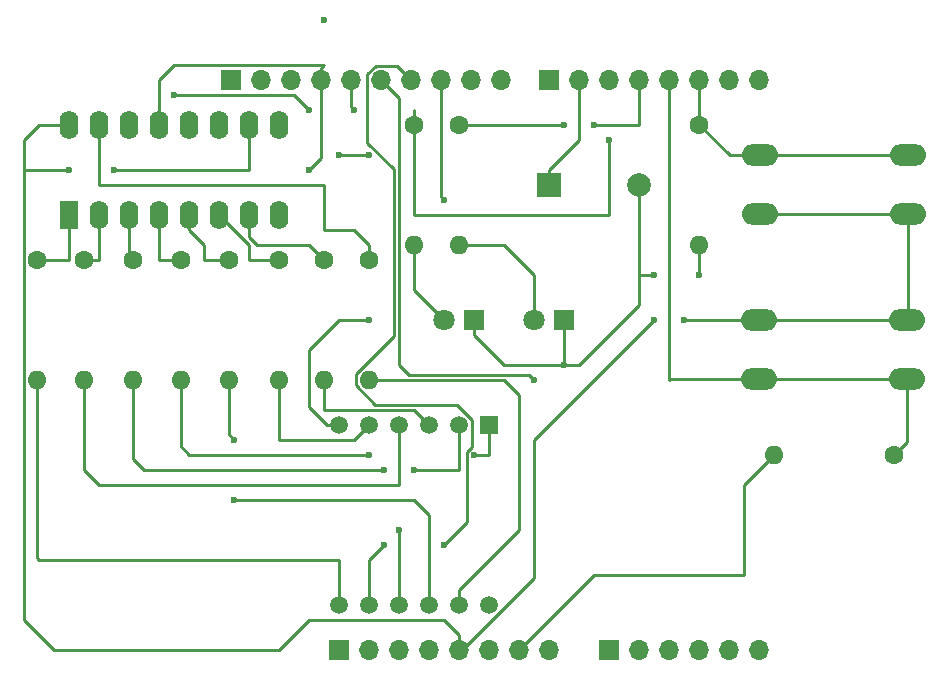
<source format=gbr>
%TF.GenerationSoftware,KiCad,Pcbnew,(7.0.0)*%
%TF.CreationDate,2023-04-13T09:35:06-06:00*%
%TF.ProjectId,Phase_A_UnoShield,50686173-655f-4415-9f55-6e6f53686965,rev?*%
%TF.SameCoordinates,Original*%
%TF.FileFunction,Copper,L1,Top*%
%TF.FilePolarity,Positive*%
%FSLAX46Y46*%
G04 Gerber Fmt 4.6, Leading zero omitted, Abs format (unit mm)*
G04 Created by KiCad (PCBNEW (7.0.0)) date 2023-04-13 09:35:06*
%MOMM*%
%LPD*%
G01*
G04 APERTURE LIST*
%TA.AperFunction,ComponentPad*%
%ADD10C,1.500000*%
%TD*%
%TA.AperFunction,ComponentPad*%
%ADD11R,1.500000X1.500000*%
%TD*%
%TA.AperFunction,ComponentPad*%
%ADD12R,1.700000X1.700000*%
%TD*%
%TA.AperFunction,ComponentPad*%
%ADD13O,1.700000X1.700000*%
%TD*%
%TA.AperFunction,ComponentPad*%
%ADD14R,1.800000X1.800000*%
%TD*%
%TA.AperFunction,ComponentPad*%
%ADD15C,1.800000*%
%TD*%
%TA.AperFunction,ComponentPad*%
%ADD16R,1.600000X2.400000*%
%TD*%
%TA.AperFunction,ComponentPad*%
%ADD17O,1.600000X2.400000*%
%TD*%
%TA.AperFunction,ComponentPad*%
%ADD18C,1.600000*%
%TD*%
%TA.AperFunction,ComponentPad*%
%ADD19O,1.600000X1.600000*%
%TD*%
%TA.AperFunction,ComponentPad*%
%ADD20R,2.000000X2.000000*%
%TD*%
%TA.AperFunction,ComponentPad*%
%ADD21C,2.000000*%
%TD*%
%TA.AperFunction,ComponentPad*%
%ADD22O,3.048000X1.850000*%
%TD*%
%TA.AperFunction,ViaPad*%
%ADD23C,0.600000*%
%TD*%
%TA.AperFunction,Conductor*%
%ADD24C,0.250000*%
%TD*%
G04 APERTURE END LIST*
D10*
%TO.P,U1,12,CA1*%
%TO.N,Dig1*%
X140640000Y-93650000D03*
%TO.P,U1,11,a*%
%TO.N,Net-(U1-a)*%
X138100000Y-93650000D03*
%TO.P,U1,10,f*%
%TO.N,Net-(U1-f)*%
X135560000Y-93650000D03*
%TO.P,U1,9,CA2*%
%TO.N,Dig2*%
X133020000Y-93650000D03*
%TO.P,U1,8,CA3*%
%TO.N,Dig3*%
X130480000Y-93650000D03*
%TO.P,U1,7,b*%
%TO.N,Net-(U1-b)*%
X127940000Y-93650000D03*
%TO.P,U1,6,CA4*%
%TO.N,Dig4*%
X127940000Y-78410000D03*
%TO.P,U1,5,g*%
%TO.N,Net-(U1-g)*%
X130480000Y-78410000D03*
%TO.P,U1,4,c*%
%TO.N,Net-(U1-c)*%
X133020000Y-78410000D03*
%TO.P,U1,3,DPX*%
%TO.N,Net-(U1-DPX)*%
X135560000Y-78410000D03*
%TO.P,U1,2,d*%
%TO.N,Net-(U1-d)*%
X138100000Y-78410000D03*
D11*
%TO.P,U1,1,e*%
%TO.N,Net-(U1-e)*%
X140639999Y-78409999D03*
%TD*%
D12*
%TO.P,J1,1,Pin_1*%
%TO.N,unconnected-(J1-Pin_1-Pad1)*%
X127939999Y-97459999D03*
D13*
%TO.P,J1,2,Pin_2*%
%TO.N,/IOREF*%
X130479999Y-97459999D03*
%TO.P,J1,3,Pin_3*%
%TO.N,/~{RESET}*%
X133019999Y-97459999D03*
%TO.P,J1,4,Pin_4*%
%TO.N,+3V3*%
X135559999Y-97459999D03*
%TO.P,J1,5,Pin_5*%
%TO.N,+5V*%
X138099999Y-97459999D03*
%TO.P,J1,6,Pin_6*%
%TO.N,GND*%
X140639999Y-97459999D03*
%TO.P,J1,7,Pin_7*%
X143179999Y-97459999D03*
%TO.P,J1,8,Pin_8*%
%TO.N,VCC*%
X145719999Y-97459999D03*
%TD*%
D12*
%TO.P,J3,1,Pin_1*%
%TO.N,/A0*%
X150799999Y-97459999D03*
D13*
%TO.P,J3,2,Pin_2*%
%TO.N,/A1*%
X153339999Y-97459999D03*
%TO.P,J3,3,Pin_3*%
%TO.N,/A2*%
X155879999Y-97459999D03*
%TO.P,J3,4,Pin_4*%
%TO.N,/A3*%
X158419999Y-97459999D03*
%TO.P,J3,5,Pin_5*%
%TO.N,/SDA{slash}A4*%
X160959999Y-97459999D03*
%TO.P,J3,6,Pin_6*%
%TO.N,/SCL{slash}A5*%
X163499999Y-97459999D03*
%TD*%
D12*
%TO.P,J2,1,Pin_1*%
%TO.N,unconnected-(J2-Pin_1-Pad1)*%
X118795999Y-49199999D03*
D13*
%TO.P,J2,2,Pin_2*%
%TO.N,unconnected-(J2-Pin_2-Pad2)*%
X121335999Y-49199999D03*
%TO.P,J2,3,Pin_3*%
%TO.N,unconnected-(J2-Pin_3-Pad3)*%
X123875999Y-49199999D03*
%TO.P,J2,4,Pin_4*%
%TO.N,GND*%
X126415999Y-49199999D03*
%TO.P,J2,5,Pin_5*%
%TO.N,Dig1*%
X128955999Y-49199999D03*
%TO.P,J2,6,Pin_6*%
%TO.N,Dig2*%
X131495999Y-49199999D03*
%TO.P,J2,7,Pin_7*%
%TO.N,Dig3*%
X134035999Y-49199999D03*
%TO.P,J2,8,Pin_8*%
%TO.N,Dig4*%
X136575999Y-49199999D03*
%TO.P,J2,9,Pin_9*%
%TO.N,DS*%
X139115999Y-49199999D03*
%TO.P,J2,10,Pin_10*%
%TO.N,ST_CP*%
X141655999Y-49199999D03*
%TD*%
D12*
%TO.P,J4,1,Pin_1*%
%TO.N,SH_CP*%
X145719999Y-49199999D03*
D13*
%TO.P,J4,2,Pin_2*%
%TO.N,Buzzer*%
X148259999Y-49199999D03*
%TO.P,J4,3,Pin_3*%
%TO.N,RED_LED*%
X150799999Y-49199999D03*
%TO.P,J4,4,Pin_4*%
%TO.N,GREEN_LED*%
X153339999Y-49199999D03*
%TO.P,J4,5,Pin_5*%
%TO.N,Button_2*%
X155879999Y-49199999D03*
%TO.P,J4,6,Pin_6*%
%TO.N,Button_1*%
X158419999Y-49199999D03*
%TO.P,J4,7,Pin_7*%
%TO.N,/TX{slash}1*%
X160959999Y-49199999D03*
%TO.P,J4,8,Pin_8*%
%TO.N,/RX{slash}0*%
X163499999Y-49199999D03*
%TD*%
D14*
%TO.P,D2,1,K*%
%TO.N,GND*%
X146989999Y-69519999D03*
D15*
%TO.P,D2,2,A*%
%TO.N,Net-(D2-A)*%
X144450000Y-69520000D03*
%TD*%
D16*
%TO.P,U2,1,QB*%
%TO.N,b*%
X105079999Y-60629999D03*
D17*
%TO.P,U2,2,QC*%
%TO.N,c*%
X107619999Y-60629999D03*
%TO.P,U2,3,QD*%
%TO.N,d*%
X110159999Y-60629999D03*
%TO.P,U2,4,QE*%
%TO.N,e*%
X112699999Y-60629999D03*
%TO.P,U2,5,QF*%
%TO.N,f*%
X115239999Y-60629999D03*
%TO.P,U2,6,QG*%
%TO.N,g*%
X117779999Y-60629999D03*
%TO.P,U2,7,QH*%
%TO.N,dp*%
X120319999Y-60629999D03*
%TO.P,U2,8,GND*%
%TO.N,GND*%
X122859999Y-60629999D03*
%TO.P,U2,9,QH'*%
%TO.N,unconnected-(U2-QH'-Pad9)*%
X122859999Y-53009999D03*
%TO.P,U2,10,~{SRCLR}*%
%TO.N,+5V*%
X120319999Y-53009999D03*
%TO.P,U2,11,SRCLK*%
%TO.N,SH_CP*%
X117779999Y-53009999D03*
%TO.P,U2,12,RCLK*%
%TO.N,ST_CP*%
X115239999Y-53009999D03*
%TO.P,U2,13,~{OE}*%
%TO.N,GND*%
X112699999Y-53009999D03*
%TO.P,U2,14,SER*%
%TO.N,DS*%
X110159999Y-53009999D03*
%TO.P,U2,15,QA*%
%TO.N,a*%
X107619999Y-53009999D03*
%TO.P,U2,16,VCC*%
%TO.N,+5V*%
X105079999Y-53009999D03*
%TD*%
D18*
%TO.P,R8,1*%
%TO.N,d*%
X110470000Y-64440000D03*
D19*
%TO.P,R8,2*%
%TO.N,Net-(U1-d)*%
X110469999Y-74599999D03*
%TD*%
D18*
%TO.P,R5,1*%
%TO.N,a*%
X130480000Y-64440000D03*
D19*
%TO.P,R5,2*%
%TO.N,Net-(U1-a)*%
X130479999Y-74599999D03*
%TD*%
D14*
%TO.P,D1,1,K*%
%TO.N,GND*%
X139369999Y-69519999D03*
D15*
%TO.P,D1,2,A*%
%TO.N,Net-(D1-A)*%
X136830000Y-69520000D03*
%TD*%
D18*
%TO.P,R1,1*%
%TO.N,Button_1*%
X158420000Y-53010000D03*
D19*
%TO.P,R1,2*%
%TO.N,GND*%
X158419999Y-63169999D03*
%TD*%
D20*
%TO.P,LS1,1,1*%
%TO.N,Buzzer*%
X145729999Y-58089999D03*
D21*
%TO.P,LS1,2,2*%
%TO.N,GND*%
X153330000Y-58090000D03*
%TD*%
D18*
%TO.P,R2,1*%
%TO.N,Button_2*%
X174930000Y-80950000D03*
D19*
%TO.P,R2,2*%
%TO.N,GND*%
X164769999Y-80949999D03*
%TD*%
D22*
%TO.P,SW1,1,1*%
%TO.N,+5V*%
X176089999Y-60589999D03*
X163589999Y-60589999D03*
%TO.P,SW1,2,2*%
%TO.N,Button_1*%
X176089999Y-55589999D03*
X163589999Y-55589999D03*
%TD*%
%TO.P,SW2,1,1*%
%TO.N,+5V*%
X163499999Y-69519999D03*
X175999999Y-69519999D03*
%TO.P,SW2,2,2*%
%TO.N,Button_2*%
X163499999Y-74519999D03*
X175999999Y-74519999D03*
%TD*%
D18*
%TO.P,R12,1*%
%TO.N,dp*%
X126670000Y-64440000D03*
D19*
%TO.P,R12,2*%
%TO.N,Net-(U1-DPX)*%
X126669999Y-74599999D03*
%TD*%
D18*
%TO.P,R10,1*%
%TO.N,f*%
X118570000Y-64440000D03*
D19*
%TO.P,R10,2*%
%TO.N,Net-(U1-f)*%
X118569999Y-74599999D03*
%TD*%
D18*
%TO.P,R9,1*%
%TO.N,e*%
X114520000Y-64440000D03*
D19*
%TO.P,R9,2*%
%TO.N,Net-(U1-e)*%
X114519999Y-74599999D03*
%TD*%
D18*
%TO.P,R6,1*%
%TO.N,b*%
X102370000Y-64440000D03*
D19*
%TO.P,R6,2*%
%TO.N,Net-(U1-b)*%
X102369999Y-74599999D03*
%TD*%
D18*
%TO.P,R3,1*%
%TO.N,RED_LED*%
X134300000Y-53010000D03*
D19*
%TO.P,R3,2*%
%TO.N,Net-(D1-A)*%
X134299999Y-63169999D03*
%TD*%
D18*
%TO.P,R7,1*%
%TO.N,c*%
X106350000Y-64440000D03*
D19*
%TO.P,R7,2*%
%TO.N,Net-(U1-c)*%
X106349999Y-74599999D03*
%TD*%
D18*
%TO.P,R11,1*%
%TO.N,g*%
X122860000Y-64440000D03*
D19*
%TO.P,R11,2*%
%TO.N,Net-(U1-g)*%
X122859999Y-74599999D03*
%TD*%
D18*
%TO.P,R4,1*%
%TO.N,GREEN_LED*%
X138110000Y-53010000D03*
D19*
%TO.P,R4,2*%
%TO.N,Net-(D2-A)*%
X138109999Y-63169999D03*
%TD*%
D23*
%TO.N,Dig4*%
X130480000Y-69520000D03*
X136830000Y-59360000D03*
%TO.N,Dig3*%
X131750000Y-88570000D03*
X131750000Y-88570000D03*
X136830000Y-88570000D03*
%TO.N,Dig2*%
X133020000Y-87300000D03*
X144450000Y-74600000D03*
%TO.N,GND*%
X154610000Y-65710000D03*
X158420000Y-65710000D03*
%TO.N,DS*%
X125400000Y-51740000D03*
X113970000Y-50470000D03*
%TO.N,ST_CP*%
X130480000Y-55550000D03*
X127940000Y-55550000D03*
%TO.N,+5V*%
X105080000Y-56820000D03*
X105080000Y-56820000D03*
X108890000Y-56820000D03*
%TO.N,GND*%
X146990000Y-73330000D03*
%TO.N,Dig1*%
X129210000Y-51740000D03*
X129210000Y-51740000D03*
%TO.N,GND*%
X125400000Y-56820000D03*
X125400000Y-56820000D03*
X125400000Y-56820000D03*
%TO.N,+5V*%
X154610000Y-69520000D03*
X157150000Y-69520000D03*
%TO.N,RED_LED*%
X150800000Y-54280000D03*
%TO.N,GREEN_LED*%
X149530000Y-53010000D03*
X146990000Y-53010000D03*
%TO.N,Net-(U1-f)*%
X119050000Y-84760000D03*
X119050000Y-79680000D03*
%TO.N,*%
X126670000Y-44120000D03*
%TO.N,Net-(U1-e)*%
X139370000Y-80950000D03*
X130480000Y-80950000D03*
%TO.N,Net-(U1-d)*%
X134290000Y-82220000D03*
X131750000Y-82220000D03*
%TD*%
D24*
%TO.N,Dig4*%
X125400000Y-76930660D02*
X126879340Y-78410000D01*
X125400000Y-72060000D02*
X125400000Y-76930660D01*
X126879340Y-78410000D02*
X127940000Y-78410000D01*
X127940000Y-69520000D02*
X125400000Y-72060000D01*
X130480000Y-69520000D02*
X127940000Y-69520000D01*
X136576000Y-59106000D02*
X136830000Y-59360000D01*
X136576000Y-49200000D02*
X136576000Y-59106000D01*
%TO.N,Dig3*%
X130480000Y-89840000D02*
X130480000Y-93650000D01*
X131750000Y-88570000D02*
X130480000Y-89840000D01*
X138745000Y-86655000D02*
X136830000Y-88570000D01*
X138745000Y-80691116D02*
X138745000Y-86655000D01*
X139175000Y-80261116D02*
X138745000Y-80691116D01*
X139175000Y-77964720D02*
X139175000Y-80261116D01*
X137900280Y-76690000D02*
X139175000Y-77964720D01*
X130979009Y-76690000D02*
X137900280Y-76690000D01*
X132570000Y-70919009D02*
X129355000Y-74134009D01*
X132570000Y-56756116D02*
X132570000Y-70919009D01*
X130321000Y-54507116D02*
X132570000Y-56756116D01*
X130321000Y-48713299D02*
X130321000Y-54507116D01*
X131009299Y-48025000D02*
X130321000Y-48713299D01*
X132861000Y-48025000D02*
X131009299Y-48025000D01*
X129355000Y-74134009D02*
X129355000Y-75065991D01*
X134036000Y-49200000D02*
X132861000Y-48025000D01*
X129355000Y-75065991D02*
X130979009Y-76690000D01*
%TO.N,Dig2*%
X133020000Y-93650000D02*
X133020000Y-87300000D01*
X144000000Y-74150000D02*
X144450000Y-74600000D01*
X133840000Y-74150000D02*
X144000000Y-74150000D01*
X133020000Y-73330000D02*
X133840000Y-74150000D01*
X133020000Y-50724000D02*
X133020000Y-73330000D01*
X131496000Y-49200000D02*
X133020000Y-50724000D01*
%TO.N,GND*%
X154610000Y-65710000D02*
X153330000Y-65710000D01*
X153330000Y-65710000D02*
X153330000Y-68260000D01*
X153330000Y-58090000D02*
X153330000Y-65710000D01*
X158420000Y-63170000D02*
X158420000Y-65710000D01*
X148260000Y-73330000D02*
X146990000Y-73330000D01*
X153330000Y-68260000D02*
X148260000Y-73330000D01*
%TO.N,DS*%
X124130000Y-50470000D02*
X125400000Y-51740000D01*
X113970000Y-50470000D02*
X124130000Y-50470000D01*
%TO.N,ST_CP*%
X127940000Y-55550000D02*
X130480000Y-55550000D01*
%TO.N,+5V*%
X105080000Y-56820000D02*
X101245000Y-56820000D01*
X101245000Y-56820000D02*
X101245000Y-94895000D01*
X101245000Y-54305000D02*
X101245000Y-56820000D01*
X120320000Y-56820000D02*
X108890000Y-56820000D01*
X120320000Y-53010000D02*
X120320000Y-56820000D01*
%TO.N,GND*%
X146990000Y-73330000D02*
X146990000Y-69520000D01*
X141910000Y-73330000D02*
X146990000Y-73330000D01*
X139370000Y-70790000D02*
X141910000Y-73330000D01*
X139370000Y-69520000D02*
X139370000Y-70790000D01*
%TO.N,Net-(D2-A)*%
X141910000Y-63170000D02*
X138110000Y-63170000D01*
X144450000Y-65710000D02*
X141910000Y-63170000D01*
X144450000Y-69520000D02*
X144450000Y-65710000D01*
%TO.N,Net-(D1-A)*%
X134300000Y-66990000D02*
X134300000Y-63170000D01*
X136830000Y-69520000D02*
X134300000Y-66990000D01*
%TO.N,Dig1*%
X128956000Y-51486000D02*
X129210000Y-51740000D01*
X128956000Y-49200000D02*
X128956000Y-51486000D01*
%TO.N,GND*%
X126416000Y-55804000D02*
X125400000Y-56820000D01*
X126416000Y-49200000D02*
X126416000Y-55804000D01*
X112700000Y-49200000D02*
X112700000Y-53010000D01*
X113970000Y-47930000D02*
X112700000Y-49200000D01*
X126670000Y-47930000D02*
X113970000Y-47930000D01*
X126416000Y-49200000D02*
X126416000Y-48184000D01*
X126416000Y-48184000D02*
X126670000Y-47930000D01*
%TO.N,Button_2*%
X176000000Y-74520000D02*
X163500000Y-74520000D01*
%TO.N,Button_1*%
X176090000Y-55590000D02*
X163590000Y-55590000D01*
%TO.N,+5V*%
X176090000Y-69430000D02*
X176000000Y-69520000D01*
X176090000Y-60590000D02*
X176090000Y-69430000D01*
X163590000Y-60590000D02*
X176090000Y-60590000D01*
X163500000Y-69520000D02*
X176000000Y-69520000D01*
X144450000Y-91360280D02*
X138350280Y-97460000D01*
X144450000Y-79680000D02*
X144450000Y-91360280D01*
X154610000Y-69520000D02*
X144450000Y-79680000D01*
X138350280Y-97460000D02*
X138100000Y-97460000D01*
X163500000Y-69520000D02*
X157150000Y-69520000D01*
X138100000Y-96190000D02*
X138100000Y-97460000D01*
X136830000Y-94920000D02*
X138100000Y-96190000D01*
X125400000Y-94920000D02*
X136830000Y-94920000D01*
X122860000Y-97460000D02*
X125400000Y-94920000D01*
X101245000Y-94895000D02*
X103810000Y-97460000D01*
X103810000Y-97460000D02*
X122860000Y-97460000D01*
X102540000Y-53010000D02*
X101245000Y-54305000D01*
X105080000Y-53010000D02*
X102540000Y-53010000D01*
%TO.N,RED_LED*%
X134290000Y-60630000D02*
X150800000Y-60630000D01*
X150800000Y-60630000D02*
X150800000Y-54280000D01*
X134300000Y-60620000D02*
X134290000Y-60630000D01*
X134300000Y-53010000D02*
X134300000Y-60620000D01*
X134300000Y-51750000D02*
X134290000Y-51740000D01*
X134300000Y-53010000D02*
X134300000Y-51750000D01*
%TO.N,GREEN_LED*%
X153340000Y-53010000D02*
X153340000Y-49200000D01*
X149530000Y-53010000D02*
X153340000Y-53010000D01*
X138110000Y-53010000D02*
X146990000Y-53010000D01*
%TO.N,Button_2*%
X155880000Y-74600000D02*
X155880000Y-49200000D01*
X155960000Y-74520000D02*
X155880000Y-74600000D01*
X163500000Y-74520000D02*
X155960000Y-74520000D01*
%TO.N,Button_1*%
X158420000Y-53010000D02*
X158420000Y-49200000D01*
X161000000Y-55590000D02*
X158420000Y-53010000D01*
X163590000Y-55590000D02*
X161000000Y-55590000D01*
X163550000Y-55550000D02*
X163500000Y-55550000D01*
X163590000Y-55590000D02*
X163550000Y-55550000D01*
%TO.N,GND*%
X149530000Y-91110000D02*
X143180000Y-97460000D01*
X162230000Y-91110000D02*
X149530000Y-91110000D01*
X162230000Y-83490000D02*
X162230000Y-91110000D01*
X164770000Y-80950000D02*
X162230000Y-83490000D01*
%TO.N,Button_2*%
X176000000Y-79880000D02*
X174930000Y-80950000D01*
X176000000Y-74520000D02*
X176000000Y-79880000D01*
%TO.N,Buzzer*%
X145730000Y-56810000D02*
X148260000Y-54280000D01*
X148260000Y-54280000D02*
X148260000Y-49200000D01*
X145730000Y-58090000D02*
X145730000Y-56810000D01*
%TO.N,Net-(U1-a)*%
X138100000Y-92380000D02*
X138100000Y-93650000D01*
X143180000Y-87300000D02*
X138100000Y-92380000D01*
X141910000Y-74600000D02*
X143180000Y-75870000D01*
X130480000Y-74600000D02*
X141910000Y-74600000D01*
X143180000Y-75870000D02*
X143180000Y-87300000D01*
%TO.N,Net-(U1-DPX)*%
X134290000Y-77140000D02*
X135560000Y-78410000D01*
X126670000Y-77140000D02*
X134290000Y-77140000D01*
X126670000Y-74600000D02*
X126670000Y-77140000D01*
%TO.N,Net-(U1-g)*%
X129210000Y-79680000D02*
X130480000Y-78410000D01*
X122860000Y-79680000D02*
X129210000Y-79680000D01*
X122860000Y-74600000D02*
X122860000Y-79680000D01*
%TO.N,Net-(U1-f)*%
X135560000Y-86030000D02*
X135560000Y-93650000D01*
X134290000Y-84760000D02*
X135560000Y-86030000D01*
X119050000Y-84760000D02*
X134290000Y-84760000D01*
X118570000Y-79200000D02*
X119050000Y-79680000D01*
X118570000Y-74600000D02*
X118570000Y-79200000D01*
%TO.N,Net-(U1-e)*%
X140640000Y-80950000D02*
X140640000Y-78410000D01*
X139370000Y-80950000D02*
X140640000Y-80950000D01*
X115240000Y-80950000D02*
X130480000Y-80950000D01*
X114520000Y-80230000D02*
X115240000Y-80950000D01*
X114520000Y-74600000D02*
X114520000Y-80230000D01*
%TO.N,Net-(U1-d)*%
X138100000Y-82220000D02*
X138100000Y-78410000D01*
X134290000Y-82220000D02*
X138100000Y-82220000D01*
X111430000Y-82220000D02*
X131750000Y-82220000D01*
X110470000Y-81260000D02*
X111430000Y-82220000D01*
X110470000Y-74600000D02*
X110470000Y-81260000D01*
%TO.N,Net-(U1-c)*%
X107620000Y-83490000D02*
X133020000Y-83490000D01*
X106350000Y-82220000D02*
X107620000Y-83490000D01*
X106350000Y-74600000D02*
X106350000Y-82220000D01*
X133020000Y-83490000D02*
X133020000Y-78410000D01*
%TO.N,a*%
X107620000Y-58090000D02*
X107620000Y-53010000D01*
X126670000Y-58090000D02*
X107620000Y-58090000D01*
X129210000Y-61900000D02*
X126670000Y-61900000D01*
X130480000Y-63170000D02*
X129210000Y-61900000D01*
X126670000Y-61900000D02*
X126670000Y-58090000D01*
X130480000Y-64440000D02*
X130480000Y-63170000D01*
%TO.N,dp*%
X125400000Y-63170000D02*
X120956396Y-63170000D01*
X120320000Y-62533604D02*
X120320000Y-60630000D01*
X126670000Y-64440000D02*
X125400000Y-63170000D01*
X120956396Y-63170000D02*
X120320000Y-62533604D01*
%TO.N,g*%
X120320000Y-63170000D02*
X117780000Y-60630000D01*
X120320000Y-64440000D02*
X120320000Y-63170000D01*
X122860000Y-64440000D02*
X120320000Y-64440000D01*
%TO.N,f*%
X115240000Y-61900000D02*
X115240000Y-60630000D01*
X116510000Y-63170000D02*
X115240000Y-61900000D01*
X116510000Y-64440000D02*
X116510000Y-63170000D01*
X118570000Y-64440000D02*
X116510000Y-64440000D01*
%TO.N,e*%
X112700000Y-64440000D02*
X112700000Y-60630000D01*
X114520000Y-64440000D02*
X112700000Y-64440000D01*
%TO.N,d*%
X110160000Y-64440000D02*
X110160000Y-60630000D01*
X110470000Y-64440000D02*
X110160000Y-64440000D01*
%TO.N,c*%
X107620000Y-64440000D02*
X107620000Y-60630000D01*
X106350000Y-64440000D02*
X107620000Y-64440000D01*
%TO.N,b*%
X105080000Y-64440000D02*
X105080000Y-60630000D01*
X102370000Y-64440000D02*
X105080000Y-64440000D01*
%TO.N,Net-(U1-b)*%
X102540000Y-89840000D02*
X127940000Y-89840000D01*
X102370000Y-89670000D02*
X102540000Y-89840000D01*
X127940000Y-89840000D02*
X127940000Y-93650000D01*
X102370000Y-74600000D02*
X102370000Y-89670000D01*
%TD*%
M02*

</source>
